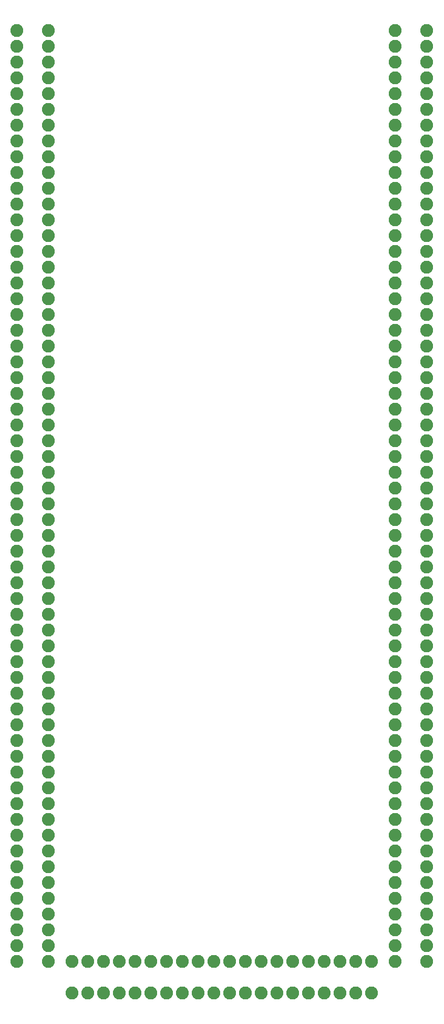
<source format=gbs>
G04 EAGLE Gerber RS-274X export*
G75*
%MOMM*%
%FSLAX34Y34*%
%LPD*%
%INSoldermask Bottom*%
%IPPOS*%
%AMOC8*
5,1,8,0,0,1.08239X$1,22.5*%
G01*
%ADD10C,2.082800*%


D10*
X-279400Y-177800D03*
X-279400Y-152400D03*
X-279400Y-127000D03*
X-279400Y-101600D03*
X-279400Y-76200D03*
X-279400Y-50800D03*
X-279400Y-25400D03*
X-279400Y0D03*
X-279400Y25400D03*
X-279400Y50800D03*
X-279400Y76200D03*
X-279400Y101600D03*
X-279400Y127000D03*
X-279400Y152400D03*
X-279400Y177800D03*
X-279400Y203200D03*
X-279400Y228600D03*
X-279400Y254000D03*
X-279400Y279400D03*
X-279400Y304800D03*
X-279400Y-685800D03*
X-279400Y-660400D03*
X-279400Y-635000D03*
X-279400Y-609600D03*
X-279400Y-584200D03*
X-279400Y-558800D03*
X-279400Y-533400D03*
X-279400Y-508000D03*
X-279400Y-482600D03*
X-279400Y-457200D03*
X-279400Y-431800D03*
X-279400Y-406400D03*
X-279400Y-381000D03*
X-279400Y-355600D03*
X-279400Y-330200D03*
X-279400Y-304800D03*
X-279400Y-279400D03*
X-279400Y-254000D03*
X-279400Y-228600D03*
X-279400Y-203200D03*
X279400Y-203200D03*
X279400Y-228600D03*
X279400Y-254000D03*
X279400Y-279400D03*
X279400Y-304800D03*
X279400Y-330200D03*
X279400Y-355600D03*
X279400Y-381000D03*
X279400Y-406400D03*
X279400Y-431800D03*
X279400Y-457200D03*
X279400Y-482600D03*
X279400Y-508000D03*
X279400Y-533400D03*
X279400Y-558800D03*
X279400Y-584200D03*
X279400Y-609600D03*
X279400Y-635000D03*
X279400Y-660400D03*
X279400Y-685800D03*
X241300Y-685800D03*
X215900Y-685800D03*
X190500Y-685800D03*
X165100Y-685800D03*
X139700Y-685800D03*
X114300Y-685800D03*
X88900Y-685800D03*
X63500Y-685800D03*
X38100Y-685800D03*
X12700Y-685800D03*
X-12700Y-685800D03*
X-38100Y-685800D03*
X-63500Y-685800D03*
X-88900Y-685800D03*
X-114300Y-685800D03*
X-139700Y-685800D03*
X-165100Y-685800D03*
X-190500Y-685800D03*
X-215900Y-685800D03*
X-241300Y-685800D03*
X-279400Y812800D03*
X-279400Y787400D03*
X-279400Y762000D03*
X-279400Y736600D03*
X-279400Y711200D03*
X-279400Y685800D03*
X-279400Y660400D03*
X-279400Y635000D03*
X-279400Y609600D03*
X-279400Y584200D03*
X-279400Y558800D03*
X-279400Y533400D03*
X-279400Y508000D03*
X-279400Y482600D03*
X-279400Y457200D03*
X-279400Y431800D03*
X-279400Y406400D03*
X-279400Y381000D03*
X-279400Y355600D03*
X-279400Y330200D03*
X279400Y812800D03*
X279400Y787400D03*
X279400Y762000D03*
X279400Y736600D03*
X279400Y711200D03*
X279400Y685800D03*
X279400Y660400D03*
X279400Y635000D03*
X279400Y609600D03*
X279400Y584200D03*
X279400Y558800D03*
X279400Y533400D03*
X279400Y508000D03*
X279400Y482600D03*
X279400Y457200D03*
X279400Y431800D03*
X279400Y406400D03*
X279400Y381000D03*
X279400Y355600D03*
X279400Y330200D03*
X279400Y304800D03*
X279400Y279400D03*
X279400Y254000D03*
X279400Y228600D03*
X279400Y203200D03*
X279400Y177800D03*
X279400Y152400D03*
X279400Y127000D03*
X279400Y101600D03*
X279400Y76200D03*
X279400Y50800D03*
X279400Y25400D03*
X279400Y0D03*
X279400Y-25400D03*
X279400Y-50800D03*
X279400Y-76200D03*
X279400Y-101600D03*
X279400Y-127000D03*
X279400Y-152400D03*
X279400Y-177800D03*
X-330200Y-177800D03*
X-330200Y-152400D03*
X-330200Y-127000D03*
X-330200Y-101600D03*
X-330200Y-76200D03*
X-330200Y-50800D03*
X-330200Y-25400D03*
X-330200Y0D03*
X-330200Y25400D03*
X-330200Y50800D03*
X-330200Y76200D03*
X-330200Y101600D03*
X-330200Y127000D03*
X-330200Y152400D03*
X-330200Y177800D03*
X-330200Y203200D03*
X-330200Y228600D03*
X-330200Y254000D03*
X-330200Y279400D03*
X-330200Y304800D03*
X-330200Y-685800D03*
X-330200Y-660400D03*
X-330200Y-635000D03*
X-330200Y-609600D03*
X-330200Y-584200D03*
X-330200Y-558800D03*
X-330200Y-533400D03*
X-330200Y-508000D03*
X-330200Y-482600D03*
X-330200Y-457200D03*
X-330200Y-431800D03*
X-330200Y-406400D03*
X-330200Y-381000D03*
X-330200Y-355600D03*
X-330200Y-330200D03*
X-330200Y-304800D03*
X-330200Y-279400D03*
X-330200Y-254000D03*
X-330200Y-228600D03*
X-330200Y-203200D03*
X330200Y-203200D03*
X330200Y-228600D03*
X330200Y-254000D03*
X330200Y-279400D03*
X330200Y-304800D03*
X330200Y-330200D03*
X330200Y-355600D03*
X330200Y-381000D03*
X330200Y-406400D03*
X330200Y-431800D03*
X330200Y-457200D03*
X330200Y-482600D03*
X330200Y-508000D03*
X330200Y-533400D03*
X330200Y-558800D03*
X330200Y-584200D03*
X330200Y-609600D03*
X330200Y-635000D03*
X330200Y-660400D03*
X330200Y-685800D03*
X330200Y50800D03*
X330200Y25400D03*
X330200Y0D03*
X330200Y-25400D03*
X330200Y-50800D03*
X330200Y-76200D03*
X330200Y-101600D03*
X330200Y-127000D03*
X330200Y-152400D03*
X330200Y-177800D03*
X241300Y-736600D03*
X215900Y-736600D03*
X190500Y-736600D03*
X165100Y-736600D03*
X139700Y-736600D03*
X114300Y-736600D03*
X88900Y-736600D03*
X63500Y-736600D03*
X38100Y-736600D03*
X12700Y-736600D03*
X-12700Y-736600D03*
X-38100Y-736600D03*
X-63500Y-736600D03*
X-88900Y-736600D03*
X-114300Y-736600D03*
X-139700Y-736600D03*
X-165100Y-736600D03*
X-190500Y-736600D03*
X-215900Y-736600D03*
X-241300Y-736600D03*
X-330200Y812800D03*
X-330200Y787400D03*
X-330200Y762000D03*
X-330200Y736600D03*
X-330200Y711200D03*
X-330200Y685800D03*
X-330200Y660400D03*
X-330200Y635000D03*
X-330200Y609600D03*
X-330200Y584200D03*
X-330200Y558800D03*
X-330200Y533400D03*
X-330200Y508000D03*
X-330200Y482600D03*
X-330200Y457200D03*
X-330200Y431800D03*
X-330200Y406400D03*
X-330200Y381000D03*
X-330200Y355600D03*
X-330200Y330200D03*
X330200Y812800D03*
X330200Y787400D03*
X330200Y762000D03*
X330200Y736600D03*
X330200Y711200D03*
X330200Y685800D03*
X330200Y660400D03*
X330200Y635000D03*
X330200Y609600D03*
X330200Y584200D03*
X330200Y558800D03*
X330200Y533400D03*
X330200Y508000D03*
X330200Y482600D03*
X330200Y457200D03*
X330200Y431800D03*
X330200Y406400D03*
X330200Y381000D03*
X330200Y355600D03*
X330200Y330200D03*
X330200Y304800D03*
X330200Y279400D03*
X330200Y254000D03*
X330200Y228600D03*
X330200Y203200D03*
X330200Y177800D03*
X330200Y152400D03*
X330200Y127000D03*
X330200Y101600D03*
X330200Y76200D03*
M02*

</source>
